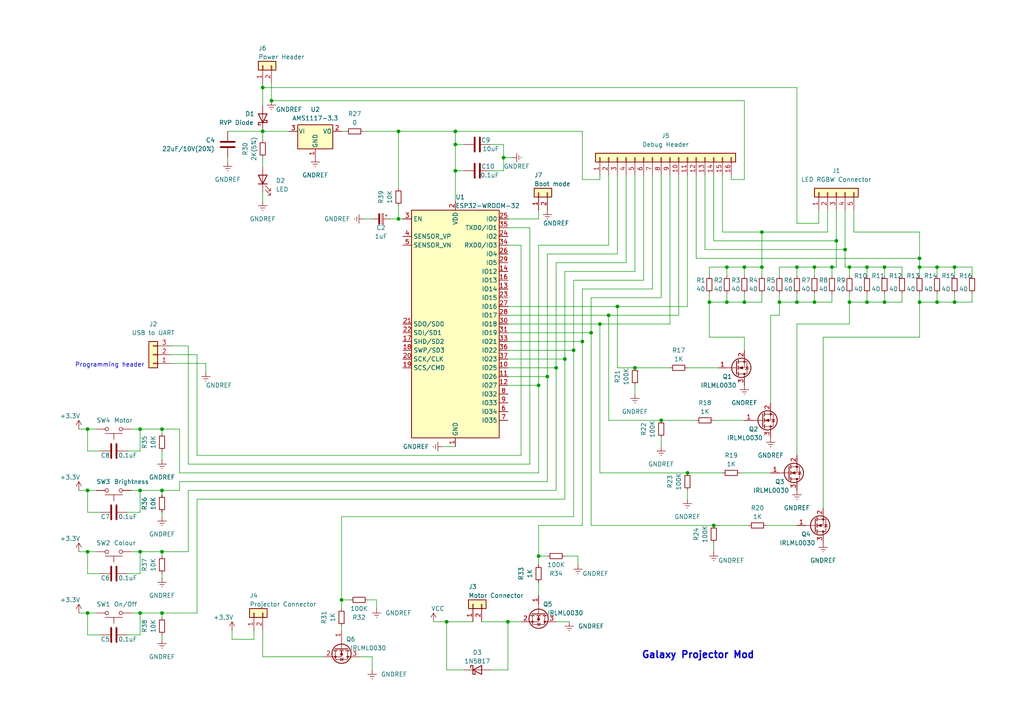
<source format=kicad_sch>
(kicad_sch (version 20211123) (generator eeschema)
  (paper "A4")
  (lib_symbols
    (symbol "Connector_Generic:Conn_01x02" (pin_names (offset 1.016) hide)
      (property "Reference" "J" (at 0 2.54 0))
      (property "Value" "Conn_01x02" (at 0 -5.08 0))
      (symbol "Conn_01x02_1_1"
        (pin passive line (at -5.08 0 0) (length 3.81) (name "Pin_1") (number "1"))
        (pin passive line (at -5.08 -2.54 0) (length 3.81) (name "Pin_2") (number "2"))
      )
    )
    (symbol "Connector_Generic:Conn_01x03" (pin_names (offset 1.016) hide)
      (property "Reference" "J" (at 0 5.08 0))
      (property "Value" "Conn_01x03" (at 0 -5.08 0))
      (symbol "Conn_01x03_1_1"
        (pin passive line (at -5.08 2.54 0) (length 3.81) (name "Pin_1") (number "1"))
        (pin passive line (at -5.08 0 0) (length 3.81) (name "Pin_2") (number "2"))
        (pin passive line (at -5.08 -2.54 0) (length 3.81) (name "Pin_3") (number "3"))
      )
    )
    (symbol "Connector_Generic:Conn_01x05" (pin_names (offset 1.016) hide)
      (property "Reference" "J" (at 0 7.62 0))
      (property "Value" "Conn_01x05" (at 0 -7.62 0))
      (symbol "Conn_01x05_1_1"
        (pin passive line (at -5.08 5.08 0) (length 3.81) (name "Pin_1") (number "1"))
        (pin passive line (at -5.08 2.54 0) (length 3.81) (name "Pin_2") (number "2"))
        (pin passive line (at -5.08 0 0) (length 3.81) (name "Pin_3") (number "3"))
        (pin passive line (at -5.08 -2.54 0) (length 3.81) (name "Pin_4") (number "4"))
        (pin passive line (at -5.08 -5.08 0) (length 3.81) (name "Pin_5") (number "5"))
      )
    )
    (symbol "Connector_Generic:Conn_01x16" (pin_names (offset 1.016) hide)
      (property "Reference" "J" (at 0 20.32 0))
      (property "Value" "Conn_01x16" (at 0 -22.86 0))
      (symbol "Conn_01x16_1_1"
        (pin passive line (at -5.08 17.78 0) (length 3.81) (name "Pin_1") (number "1"))
        (pin passive line (at -5.08 -5.08 0) (length 3.81) (name "Pin_10") (number "10"))
        (pin passive line (at -5.08 -7.62 0) (length 3.81) (name "Pin_11") (number "11"))
        (pin passive line (at -5.08 -10.16 0) (length 3.81) (name "Pin_12") (number "12"))
        (pin passive line (at -5.08 -12.7 0) (length 3.81) (name "Pin_13") (number "13"))
        (pin passive line (at -5.08 -15.24 0) (length 3.81) (name "Pin_14") (number "14"))
        (pin passive line (at -5.08 -17.78 0) (length 3.81) (name "Pin_15") (number "15"))
        (pin passive line (at -5.08 -20.32 0) (length 3.81) (name "Pin_16") (number "16"))
        (pin passive line (at -5.08 15.24 0) (length 3.81) (name "Pin_2") (number "2"))
        (pin passive line (at -5.08 12.7 0) (length 3.81) (name "Pin_3") (number "3"))
        (pin passive line (at -5.08 10.16 0) (length 3.81) (name "Pin_4") (number "4"))
        (pin passive line (at -5.08 7.62 0) (length 3.81) (name "Pin_5") (number "5"))
        (pin passive line (at -5.08 5.08 0) (length 3.81) (name "Pin_6") (number "6"))
        (pin passive line (at -5.08 2.54 0) (length 3.81) (name "Pin_7") (number "7"))
        (pin passive line (at -5.08 0 0) (length 3.81) (name "Pin_8") (number "8"))
        (pin passive line (at -5.08 -2.54 0) (length 3.81) (name "Pin_9") (number "9"))
      )
    )
    (symbol "Device:C" (pin_numbers hide) (pin_names (offset 0.254))
      (property "Reference" "C" (at 0.635 2.54 0))
      (property "Value" "C" (at 0.635 -2.54 0))
      (symbol "C_1_1"
        (pin passive line (at 0 3.81 270) (length 2.794) (name "~") (number "1"))
        (pin passive line (at 0 -3.81 90) (length 2.794) (name "~") (number "2"))
      )
    )
    (symbol "Device:C_Polarized_Small" (pin_numbers hide) (pin_names (offset 0.254) hide)
      (property "Reference" "C" (at 0.254 1.778 0))
      (property "Value" "C_Polarized_Small" (at 0.254 -2.032 0))
      (symbol "C_Polarized_Small_1_1"
        (pin passive line (at 0 2.54 270) (length 1.8542) (name "~") (number "1"))
        (pin passive line (at 0 -2.54 90) (length 1.8542) (name "~") (number "2"))
      )
    )
    (symbol "Device:D_Schottky" (pin_numbers hide) (pin_names (offset 1.016) hide)
      (property "Reference" "D" (at 0 2.54 0))
      (property "Value" "D_Schottky" (at 0 -2.54 0))
      (symbol "D_Schottky_1_1"
        (pin passive line (at -3.81 0 0) (length 2.54) (name "K") (number "1"))
        (pin passive line (at 3.81 0 180) (length 2.54) (name "A") (number "2"))
      )
    )
    (symbol "Device:LED" (pin_numbers hide) (pin_names (offset 1.016) hide)
      (property "Reference" "D" (at 0 2.54 0))
      (property "Value" "LED" (at 0 -2.54 0))
      (symbol "LED_1_1"
        (pin passive line (at -3.81 0 0) (length 2.54) (name "K") (number "1"))
        (pin passive line (at 3.81 0 180) (length 2.54) (name "A") (number "2"))
      )
    )
    (symbol "Device:R_Small" (pin_numbers hide) (pin_names (offset 0.254) hide)
      (property "Reference" "R" (at 0.762 0.508 0))
      (property "Value" "R_Small" (at 0.762 -1.016 0))
      (symbol "R_Small_1_1"
        (pin passive line (at 0 2.54 270) (length 0.762) (name "~") (number "1"))
        (pin passive line (at 0 -2.54 90) (length 0.762) (name "~") (number "2"))
      )
    )
    (symbol "Diode:1N5817" (pin_numbers hide) (pin_names (offset 1.016) hide)
      (property "Reference" "D" (at 0 2.54 0))
      (property "Value" "1N5817" (at 0 -2.54 0))
      (symbol "1N5817_1_1"
        (pin passive line (at -3.81 0 0) (length 2.54) (name "K") (number "1"))
        (pin passive line (at 3.81 0 180) (length 2.54) (name "A") (number "2"))
      )
    )
    (symbol "RF_Module:ESP32-WROOM-32"
      (property "Reference" "U" (at -12.7 34.29 0))
      (property "Value" "ESP32-WROOM-32" (at 1.27 34.29 0))
      (symbol "ESP32-WROOM-32_1_1"
        (pin power_in line (at 0 -35.56 90) (length 2.54) (name "GND") (number "1"))
        (pin bidirectional line (at 15.24 -12.7 180) (length 2.54) (name "IO25") (number "10"))
        (pin bidirectional line (at 15.24 -15.24 180) (length 2.54) (name "IO26") (number "11"))
        (pin bidirectional line (at 15.24 -17.78 180) (length 2.54) (name "IO27") (number "12"))
        (pin bidirectional line (at 15.24 10.16 180) (length 2.54) (name "IO14") (number "13"))
        (pin bidirectional line (at 15.24 15.24 180) (length 2.54) (name "IO12") (number "14"))
        (pin passive line (at 0 -35.56 90) (length 2.54) hide (name "GND") (number "15"))
        (pin bidirectional line (at 15.24 12.7 180) (length 2.54) (name "IO13") (number "16"))
        (pin bidirectional line (at -15.24 -5.08 0) (length 2.54) (name "SHD/SD2") (number "17"))
        (pin bidirectional line (at -15.24 -7.62 0) (length 2.54) (name "SWP/SD3") (number "18"))
        (pin bidirectional line (at -15.24 -12.7 0) (length 2.54) (name "SCS/CMD") (number "19"))
        (pin power_in line (at 0 35.56 270) (length 2.54) (name "VDD") (number "2"))
        (pin bidirectional line (at -15.24 -10.16 0) (length 2.54) (name "SCK/CLK") (number "20"))
        (pin bidirectional line (at -15.24 0 0) (length 2.54) (name "SDO/SD0") (number "21"))
        (pin bidirectional line (at -15.24 -2.54 0) (length 2.54) (name "SDI/SD1") (number "22"))
        (pin bidirectional line (at 15.24 7.62 180) (length 2.54) (name "IO15") (number "23"))
        (pin bidirectional line (at 15.24 25.4 180) (length 2.54) (name "IO2") (number "24"))
        (pin bidirectional line (at 15.24 30.48 180) (length 2.54) (name "IO0") (number "25"))
        (pin bidirectional line (at 15.24 20.32 180) (length 2.54) (name "IO4") (number "26"))
        (pin bidirectional line (at 15.24 5.08 180) (length 2.54) (name "IO16") (number "27"))
        (pin bidirectional line (at 15.24 2.54 180) (length 2.54) (name "IO17") (number "28"))
        (pin bidirectional line (at 15.24 17.78 180) (length 2.54) (name "IO5") (number "29"))
        (pin input line (at -15.24 30.48 0) (length 2.54) (name "EN") (number "3"))
        (pin bidirectional line (at 15.24 0 180) (length 2.54) (name "IO18") (number "30"))
        (pin bidirectional line (at 15.24 -2.54 180) (length 2.54) (name "IO19") (number "31"))
        (pin no_connect line (at -12.7 -27.94 0) (length 2.54) hide (name "NC") (number "32"))
        (pin bidirectional line (at 15.24 -5.08 180) (length 2.54) (name "IO21") (number "33"))
        (pin bidirectional line (at 15.24 22.86 180) (length 2.54) (name "RXD0/IO3") (number "34"))
        (pin bidirectional line (at 15.24 27.94 180) (length 2.54) (name "TXD0/IO1") (number "35"))
        (pin bidirectional line (at 15.24 -7.62 180) (length 2.54) (name "IO22") (number "36"))
        (pin bidirectional line (at 15.24 -10.16 180) (length 2.54) (name "IO23") (number "37"))
        (pin passive line (at 0 -35.56 90) (length 2.54) hide (name "GND") (number "38"))
        (pin passive line (at 0 -35.56 90) (length 2.54) hide (name "GND") (number "39"))
        (pin input line (at -15.24 25.4 0) (length 2.54) (name "SENSOR_VP") (number "4"))
        (pin input line (at -15.24 22.86 0) (length 2.54) (name "SENSOR_VN") (number "5"))
        (pin input line (at 15.24 -25.4 180) (length 2.54) (name "IO34") (number "6"))
        (pin input line (at 15.24 -27.94 180) (length 2.54) (name "IO35") (number "7"))
        (pin bidirectional line (at 15.24 -20.32 180) (length 2.54) (name "IO32") (number "8"))
        (pin bidirectional line (at 15.24 -22.86 180) (length 2.54) (name "IO33") (number "9"))
      )
    )
    (symbol "Regulator_Linear:AMS1117-3.3" (pin_names (offset 0.254))
      (property "Reference" "U" (at -3.81 3.175 0))
      (property "Value" "AMS1117-3.3" (at 0 3.175 0))
      (symbol "AMS1117-3.3_1_1"
        (pin power_in line (at 0 -7.62 90) (length 2.54) (name "GND") (number "1"))
        (pin power_out line (at 7.62 0 180) (length 2.54) (name "VO") (number "2"))
        (pin power_in line (at -7.62 0 0) (length 2.54) (name "VI") (number "3"))
      )
    )
    (symbol "Switch:SW_Push" (pin_numbers hide) (pin_names (offset 1.016) hide)
      (property "Reference" "SW" (at 1.27 2.54 0))
      (property "Value" "SW_Push" (at 0 -1.524 0))
      (symbol "SW_Push_0_1"
        (pin passive line (at -5.08 0 0) (length 2.54) (name "1") (number "1"))
        (pin passive line (at 5.08 0 180) (length 2.54) (name "2") (number "2"))
      )
    )
    (symbol "Transistor_FET:IRLML0030" (pin_names hide)
      (property "Reference" "Q" (at 5.08 1.905 0))
      (property "Value" "IRLML0030" (at 5.08 0 0))
      (symbol "IRLML0030_1_1"
        (pin input line (at -5.08 0 0) (length 2.54) (name "G") (number "1"))
        (pin passive line (at 2.54 -5.08 90) (length 2.54) (name "S") (number "2"))
        (pin passive line (at 2.54 5.08 270) (length 2.54) (name "D") (number "3"))
      )
    )
    (symbol "power:+3.3V" (power) (pin_names (offset 0))
      (property "Value" "+3.3V" (at 0 3.556 0))
      (symbol "+3.3V_1_1"
        (pin power_in line (at 0 0 90) (length 0) hide (name "+3.3V") (number "1"))
      )
    )
    (symbol "power:GNDREF" (power) (pin_names (offset 0))
      (property "Value" "GNDREF" (at 0 -3.81 0))
      (symbol "GNDREF_1_1"
        (pin power_in line (at 0 0 270) (length 0) hide (name "GNDREF") (number "1"))
      )
    )
    (symbol "power:VCC" (power) (pin_names (offset 0))
      (property "Value" "VCC" (at 0 3.81 0))
      (symbol "VCC_1_1"
        (pin power_in line (at 0 0 90) (length 0) hide (name "VCC") (number "1"))
      )
    )
  )
  (junction (at 171.45 96.52))
  (junction (at 156.21 161.29))
  (junction (at 132.08 41.91))
  (junction (at 205.74 87.63))
  (junction (at 166.37 101.6))
  (junction (at 210.82 77.47))
  (junction (at 245.11 72.39))
  (junction (at 168.91 99.06))
  (junction (at 78.74 29.21))
  (junction (at 246.38 77.47))
  (junction (at 158.75 109.22))
  (junction (at 173.99 93.98))
  (junction (at 161.29 106.68))
  (junction (at 210.82 87.63))
  (junction (at 25.4 124.46))
  (junction (at 25.4 160.02))
  (junction (at 129.54 180.34))
  (junction (at 220.98 77.47))
  (junction (at 246.38 87.63))
  (junction (at 147.32 180.34))
  (junction (at 146.05 45.72))
  (junction (at 256.54 87.63))
  (junction (at 46.99 160.02))
  (junction (at 115.57 38.1))
  (junction (at 40.64 160.02))
  (junction (at 276.86 87.63))
  (junction (at 215.9 87.63))
  (junction (at 266.7 77.47))
  (junction (at 266.7 87.63))
  (junction (at 231.14 77.47))
  (junction (at 207.01 152.4))
  (junction (at 46.99 124.46))
  (junction (at 271.78 87.63))
  (junction (at 241.3 77.47))
  (junction (at 99.06 173.99))
  (junction (at 76.2 38.1))
  (junction (at 199.39 137.16))
  (junction (at 226.06 87.63))
  (junction (at 76.2 25.4))
  (junction (at 25.4 142.24))
  (junction (at 191.77 121.92))
  (junction (at 40.64 142.24))
  (junction (at 40.64 124.46))
  (junction (at 251.46 87.63))
  (junction (at 184.15 106.68))
  (junction (at 231.14 87.63))
  (junction (at 132.08 38.1))
  (junction (at 40.64 177.8))
  (junction (at 46.99 142.24))
  (junction (at 242.57 69.85))
  (junction (at 266.7 74.93))
  (junction (at 115.57 63.5))
  (junction (at 176.53 91.44))
  (junction (at 276.86 77.47))
  (junction (at 25.4 177.8))
  (junction (at 236.22 87.63))
  (junction (at 132.08 49.53))
  (junction (at 46.99 177.8))
  (junction (at 179.07 88.9))
  (junction (at 163.83 104.14))
  (junction (at 215.9 77.47))
  (junction (at 271.78 77.47))
  (junction (at 251.46 77.47))
  (junction (at 156.21 111.76))
  (junction (at 256.54 77.47))
  (junction (at 236.22 77.47))
  (junction (at 220.98 67.31))
  (wire (pts (xy 38.1 177.8) (xy 40.64 177.8)))
  (wire (pts (xy 205.74 85.09) (xy 205.74 87.63)))
  (wire (pts (xy 184.15 78.74) (xy 184.15 50.8)))
  (wire (pts (xy 246.38 77.47) (xy 246.38 80.01)))
  (wire (pts (xy 271.78 77.47) (xy 276.86 77.47)))
  (wire (pts (xy 147.32 109.22) (xy 158.75 109.22)))
  (wire (pts (xy 76.2 24.13) (xy 76.2 25.4)))
  (wire (pts (xy 205.74 87.63) (xy 205.74 97.79)))
  (wire (pts (xy 189.23 83.82) (xy 189.23 50.8)))
  (wire (pts (xy 199.39 137.16) (xy 209.55 137.16)))
  (wire (pts (xy 242.57 60.96) (xy 242.57 69.85)))
  (wire (pts (xy 176.53 121.92) (xy 191.77 121.92)))
  (wire (pts (xy 147.32 93.98) (xy 173.99 93.98)))
  (wire (pts (xy 46.99 142.24) (xy 46.99 143.51)))
  (wire (pts (xy 142.24 41.91) (xy 146.05 41.91)))
  (wire (pts (xy 76.2 38.1) (xy 76.2 40.64)))
  (wire (pts (xy 38.1 124.46) (xy 40.64 124.46)))
  (wire (pts (xy 266.7 80.01) (xy 266.7 77.47)))
  (wire (pts (xy 207.01 69.85) (xy 242.57 69.85)))
  (wire (pts (xy 207.01 121.92) (xy 215.9 121.92)))
  (wire (pts (xy 156.21 161.29) (xy 158.75 161.29)))
  (wire (pts (xy 173.99 52.07) (xy 173.99 50.8)))
  (wire (pts (xy 76.2 38.1) (xy 83.82 38.1)))
  (wire (pts (xy 46.99 130.81) (xy 46.99 133.35)))
  (wire (pts (xy 46.99 124.46) (xy 46.99 125.73)))
  (wire (pts (xy 231.14 93.98) (xy 246.38 93.98)))
  (wire (pts (xy 46.99 160.02) (xy 54.61 160.02)))
  (wire (pts (xy 66.04 38.1) (xy 76.2 38.1)))
  (wire (pts (xy 199.39 142.24) (xy 199.39 144.78)))
  (wire (pts (xy 236.22 85.09) (xy 236.22 87.63)))
  (wire (pts (xy 199.39 106.68) (xy 208.28 106.68)))
  (wire (pts (xy 168.91 83.82) (xy 189.23 83.82)))
  (wire (pts (xy 25.4 184.15) (xy 25.4 177.8)))
  (wire (pts (xy 115.57 38.1) (xy 115.57 54.61)))
  (wire (pts (xy 25.4 124.46) (xy 27.94 124.46)))
  (wire (pts (xy 191.77 86.36) (xy 191.77 50.8)))
  (wire (pts (xy 54.61 142.24) (xy 54.61 160.02)))
  (wire (pts (xy 147.32 101.6) (xy 166.37 101.6)))
  (wire (pts (xy 271.78 85.09) (xy 271.78 87.63)))
  (wire (pts (xy 266.7 77.47) (xy 271.78 77.47)))
  (wire (pts (xy 153.67 66.04) (xy 153.67 134.62)))
  (wire (pts (xy 226.06 91.44) (xy 226.06 87.63)))
  (wire (pts (xy 147.32 99.06) (xy 168.91 99.06)))
  (wire (pts (xy 173.99 93.98) (xy 173.99 137.16)))
  (wire (pts (xy 161.29 106.68) (xy 161.29 142.24)))
  (wire (pts (xy 22.86 124.46) (xy 25.4 124.46)))
  (wire (pts (xy 38.1 160.02) (xy 40.64 160.02)))
  (wire (pts (xy 220.98 85.09) (xy 220.98 87.63)))
  (wire (pts (xy 66.04 45.72) (xy 66.04 46.99)))
  (wire (pts (xy 147.32 106.68) (xy 161.29 106.68)))
  (wire (pts (xy 231.14 77.47) (xy 231.14 80.01)))
  (wire (pts (xy 168.91 152.4) (xy 156.21 152.4)))
  (wire (pts (xy 156.21 152.4) (xy 156.21 161.29)))
  (wire (pts (xy 209.55 67.31) (xy 220.98 67.31)))
  (wire (pts (xy 132.08 38.1) (xy 132.08 41.91)))
  (wire (pts (xy 40.64 142.24) (xy 46.99 142.24)))
  (wire (pts (xy 76.2 25.4) (xy 231.14 25.4)))
  (wire (pts (xy 125.73 180.34) (xy 129.54 180.34)))
  (wire (pts (xy 237.49 60.96) (xy 237.49 64.77)))
  (wire (pts (xy 132.08 49.53) (xy 134.62 49.53)))
  (wire (pts (xy 67.31 185.42) (xy 73.66 185.42)))
  (wire (pts (xy 261.62 87.63) (xy 261.62 85.09)))
  (wire (pts (xy 147.32 111.76) (xy 156.21 111.76)))
  (wire (pts (xy 276.86 77.47) (xy 281.94 77.47)))
  (wire (pts (xy 207.01 152.4) (xy 217.17 152.4)))
  (wire (pts (xy 201.93 74.93) (xy 266.7 74.93)))
  (wire (pts (xy 251.46 85.09) (xy 251.46 87.63)))
  (wire (pts (xy 271.78 77.47) (xy 271.78 80.01)))
  (wire (pts (xy 176.53 91.44) (xy 176.53 121.92)))
  (wire (pts (xy 40.64 142.24) (xy 40.64 148.59)))
  (wire (pts (xy 46.99 160.02) (xy 46.99 161.29)))
  (wire (pts (xy 246.38 87.63) (xy 251.46 87.63)))
  (wire (pts (xy 231.14 93.98) (xy 231.14 132.08)))
  (wire (pts (xy 226.06 85.09) (xy 226.06 87.63)))
  (wire (pts (xy 40.64 124.46) (xy 46.99 124.46)))
  (wire (pts (xy 147.32 63.5) (xy 156.21 63.5)))
  (wire (pts (xy 168.91 99.06) (xy 168.91 152.4)))
  (wire (pts (xy 40.64 166.37) (xy 36.83 166.37)))
  (wire (pts (xy 59.69 107.95) (xy 59.69 105.41)))
  (wire (pts (xy 261.62 80.01) (xy 261.62 77.47)))
  (wire (pts (xy 99.06 173.99) (xy 101.6 173.99)))
  (wire (pts (xy 204.47 50.8) (xy 204.47 72.39)))
  (wire (pts (xy 25.4 142.24) (xy 27.94 142.24)))
  (wire (pts (xy 271.78 87.63) (xy 266.7 87.63)))
  (wire (pts (xy 146.05 49.53) (xy 142.24 49.53)))
  (wire (pts (xy 22.86 142.24) (xy 25.4 142.24)))
  (wire (pts (xy 171.45 96.52) (xy 171.45 86.36)))
  (wire (pts (xy 153.67 134.62) (xy 54.61 134.62)))
  (wire (pts (xy 223.52 91.44) (xy 226.06 91.44)))
  (wire (pts (xy 147.32 194.31) (xy 142.24 194.31)))
  (wire (pts (xy 247.65 67.31) (xy 247.65 60.96)))
  (wire (pts (xy 173.99 93.98) (xy 194.31 93.98)))
  (wire (pts (xy 115.57 59.69) (xy 115.57 63.5)))
  (wire (pts (xy 238.76 97.79) (xy 238.76 147.32)))
  (wire (pts (xy 266.7 97.79) (xy 266.7 87.63)))
  (wire (pts (xy 76.2 45.72) (xy 76.2 48.26)))
  (wire (pts (xy 78.74 29.21) (xy 215.9 29.21)))
  (wire (pts (xy 179.07 88.9) (xy 179.07 106.68)))
  (wire (pts (xy 49.53 100.33) (xy 54.61 100.33)))
  (wire (pts (xy 186.69 81.28) (xy 186.69 50.8)))
  (wire (pts (xy 128.27 129.54) (xy 132.08 129.54)))
  (wire (pts (xy 76.2 55.88) (xy 76.2 58.42)))
  (wire (pts (xy 256.54 87.63) (xy 261.62 87.63)))
  (wire (pts (xy 204.47 72.39) (xy 245.11 72.39)))
  (wire (pts (xy 146.05 45.72) (xy 146.05 49.53)))
  (wire (pts (xy 281.94 77.47) (xy 281.94 80.01)))
  (wire (pts (xy 109.22 173.99) (xy 106.68 173.99)))
  (wire (pts (xy 52.07 137.16) (xy 156.21 137.16)))
  (wire (pts (xy 281.94 85.09) (xy 281.94 87.63)))
  (wire (pts (xy 107.95 190.5) (xy 107.95 194.31)))
  (wire (pts (xy 76.2 25.4) (xy 76.2 30.48)))
  (wire (pts (xy 207.01 50.8) (xy 207.01 69.85)))
  (wire (pts (xy 266.7 67.31) (xy 266.7 74.93)))
  (wire (pts (xy 46.99 148.59) (xy 46.99 149.86)))
  (wire (pts (xy 207.01 157.48) (xy 207.01 160.02)))
  (wire (pts (xy 210.82 77.47) (xy 210.82 80.01)))
  (wire (pts (xy 163.83 161.29) (xy 167.64 161.29)))
  (wire (pts (xy 46.99 184.15) (xy 46.99 185.42)))
  (wire (pts (xy 256.54 85.09) (xy 256.54 87.63)))
  (wire (pts (xy 99.06 149.86) (xy 166.37 149.86)))
  (wire (pts (xy 176.53 91.44) (xy 196.85 91.44)))
  (wire (pts (xy 201.93 50.8) (xy 201.93 74.93)))
  (wire (pts (xy 163.83 144.78) (xy 57.15 144.78)))
  (wire (pts (xy 40.64 184.15) (xy 36.83 184.15)))
  (wire (pts (xy 179.07 106.68) (xy 184.15 106.68)))
  (wire (pts (xy 158.75 73.66) (xy 158.75 109.22)))
  (wire (pts (xy 73.66 185.42) (xy 73.66 182.88)))
  (wire (pts (xy 261.62 77.47) (xy 256.54 77.47)))
  (wire (pts (xy 29.21 130.81) (xy 25.4 130.81)))
  (wire (pts (xy 184.15 111.76) (xy 184.15 114.3)))
  (wire (pts (xy 236.22 77.47) (xy 241.3 77.47)))
  (wire (pts (xy 29.21 184.15) (xy 25.4 184.15)))
  (wire (pts (xy 147.32 66.04) (xy 153.67 66.04)))
  (wire (pts (xy 40.64 160.02) (xy 46.99 160.02)))
  (wire (pts (xy 231.14 85.09) (xy 231.14 87.63)))
  (wire (pts (xy 146.05 41.91) (xy 146.05 45.72)))
  (wire (pts (xy 158.75 139.7) (xy 52.07 139.7)))
  (wire (pts (xy 251.46 77.47) (xy 251.46 80.01)))
  (wire (pts (xy 176.53 71.12) (xy 176.53 50.8)))
  (wire (pts (xy 163.83 78.74) (xy 163.83 104.14)))
  (wire (pts (xy 132.08 38.1) (xy 168.91 38.1)))
  (wire (pts (xy 40.64 148.59) (xy 36.83 148.59)))
  (wire (pts (xy 226.06 87.63) (xy 231.14 87.63)))
  (wire (pts (xy 168.91 99.06) (xy 168.91 83.82)))
  (wire (pts (xy 161.29 76.2) (xy 181.61 76.2)))
  (wire (pts (xy 57.15 132.08) (xy 151.13 132.08)))
  (wire (pts (xy 99.06 181.61) (xy 99.06 182.88)))
  (wire (pts (xy 196.85 50.8) (xy 196.85 91.44)))
  (wire (pts (xy 40.64 160.02) (xy 40.64 166.37)))
  (wire (pts (xy 22.86 160.02) (xy 25.4 160.02)))
  (wire (pts (xy 181.61 50.8) (xy 181.61 76.2)))
  (wire (pts (xy 156.21 161.29) (xy 156.21 163.83)))
  (wire (pts (xy 161.29 142.24) (xy 54.61 142.24)))
  (wire (pts (xy 256.54 77.47) (xy 256.54 80.01)))
  (wire (pts (xy 22.86 177.8) (xy 25.4 177.8)))
  (wire (pts (xy 46.99 177.8) (xy 46.99 179.07)))
  (wire (pts (xy 238.76 97.79) (xy 266.7 97.79)))
  (wire (pts (xy 146.05 45.72) (xy 148.59 45.72)))
  (wire (pts (xy 132.08 49.53) (xy 132.08 58.42)))
  (wire (pts (xy 139.7 180.34) (xy 147.32 180.34)))
  (wire (pts (xy 271.78 87.63) (xy 276.86 87.63)))
  (wire (pts (xy 194.31 93.98) (xy 194.31 50.8)))
  (wire (pts (xy 281.94 87.63) (xy 276.86 87.63)))
  (wire (pts (xy 40.64 177.8) (xy 40.64 184.15)))
  (wire (pts (xy 251.46 77.47) (xy 246.38 77.47)))
  (wire (pts (xy 25.4 148.59) (xy 25.4 142.24)))
  (wire (pts (xy 46.99 177.8) (xy 57.15 177.8)))
  (wire (pts (xy 129.54 180.34) (xy 137.16 180.34)))
  (wire (pts (xy 158.75 109.22) (xy 158.75 139.7)))
  (wire (pts (xy 276.86 85.09) (xy 276.86 87.63)))
  (wire (pts (xy 99.06 149.86) (xy 99.06 173.99)))
  (wire (pts (xy 241.3 77.47) (xy 241.3 80.01)))
  (wire (pts (xy 29.21 166.37) (xy 25.4 166.37)))
  (wire (pts (xy 46.99 124.46) (xy 52.07 124.46)))
  (wire (pts (xy 266.7 74.93) (xy 266.7 77.47)))
  (wire (pts (xy 132.08 41.91) (xy 134.62 41.91)))
  (wire (pts (xy 25.4 160.02) (xy 27.94 160.02)))
  (wire (pts (xy 76.2 190.5) (xy 76.2 182.88)))
  (wire (pts (xy 105.41 63.5) (xy 107.95 63.5)))
  (wire (pts (xy 78.74 24.13) (xy 78.74 29.21)))
  (wire (pts (xy 52.07 139.7) (xy 52.07 142.24)))
  (wire (pts (xy 171.45 96.52) (xy 171.45 152.4)))
  (wire (pts (xy 210.82 85.09) (xy 210.82 87.63)))
  (wire (pts (xy 199.39 88.9) (xy 199.39 50.8)))
  (wire (pts (xy 147.32 180.34) (xy 147.32 194.31)))
  (wire (pts (xy 54.61 100.33) (xy 54.61 134.62)))
  (wire (pts (xy 222.25 152.4) (xy 231.14 152.4)))
  (wire (pts (xy 215.9 97.79) (xy 215.9 101.6)))
  (wire (pts (xy 205.74 77.47) (xy 210.82 77.47)))
  (wire (pts (xy 179.07 50.8) (xy 179.07 73.66)))
  (wire (pts (xy 220.98 77.47) (xy 220.98 80.01)))
  (wire (pts (xy 99.06 176.53) (xy 99.06 173.99)))
  (wire (pts (xy 276.86 77.47) (xy 276.86 80.01)))
  (wire (pts (xy 215.9 29.21) (xy 215.9 52.07)))
  (wire (pts (xy 212.09 52.07) (xy 215.9 52.07)))
  (wire (pts (xy 246.38 93.98) (xy 246.38 87.63)))
  (wire (pts (xy 246.38 85.09) (xy 246.38 87.63)))
  (wire (pts (xy 104.14 190.5) (xy 107.95 190.5)))
  (wire (pts (xy 93.98 190.5) (xy 76.2 190.5)))
  (wire (pts (xy 166.37 81.28) (xy 186.69 81.28)))
  (wire (pts (xy 237.49 64.77) (xy 231.14 64.77)))
  (wire (pts (xy 113.03 63.5) (xy 115.57 63.5)))
  (wire (pts (xy 231.14 87.63) (xy 236.22 87.63)))
  (wire (pts (xy 115.57 38.1) (xy 132.08 38.1)))
  (wire (pts (xy 184.15 106.68) (xy 194.31 106.68)))
  (wire (pts (xy 215.9 77.47) (xy 215.9 80.01)))
  (wire (pts (xy 171.45 86.36) (xy 191.77 86.36)))
  (wire (pts (xy 241.3 85.09) (xy 241.3 87.63)))
  (wire (pts (xy 179.07 88.9) (xy 199.39 88.9)))
  (wire (pts (xy 236.22 77.47) (xy 236.22 80.01)))
  (wire (pts (xy 173.99 137.16) (xy 199.39 137.16)))
  (wire (pts (xy 147.32 71.12) (xy 151.13 71.12)))
  (wire (pts (xy 226.06 80.01) (xy 226.06 77.47)))
  (wire (pts (xy 215.9 85.09) (xy 215.9 87.63)))
  (wire (pts (xy 210.82 87.63) (xy 215.9 87.63)))
  (wire (pts (xy 156.21 71.12) (xy 156.21 111.76)))
  (wire (pts (xy 46.99 166.37) (xy 46.99 167.64)))
  (wire (pts (xy 25.4 166.37) (xy 25.4 160.02)))
  (wire (pts (xy 210.82 87.63) (xy 205.74 87.63)))
  (wire (pts (xy 256.54 77.47) (xy 251.46 77.47)))
  (wire (pts (xy 205.74 77.47) (xy 205.74 80.01)))
  (wire (pts (xy 171.45 152.4) (xy 207.01 152.4)))
  (wire (pts (xy 132.08 41.91) (xy 132.08 49.53)))
  (wire (pts (xy 242.57 77.47) (xy 241.3 77.47)))
  (wire (pts (xy 29.21 148.59) (xy 25.4 148.59)))
  (wire (pts (xy 191.77 121.92) (xy 201.93 121.92)))
  (wire (pts (xy 129.54 194.31) (xy 134.62 194.31)))
  (wire (pts (xy 240.03 67.31) (xy 220.98 67.31)))
  (wire (pts (xy 99.06 38.1) (xy 100.33 38.1)))
  (wire (pts (xy 245.11 60.96) (xy 245.11 72.39)))
  (wire (pts (xy 49.53 105.41) (xy 59.69 105.41)))
  (wire (pts (xy 240.03 60.96) (xy 240.03 67.31)))
  (wire (pts (xy 40.64 130.81) (xy 36.83 130.81)))
  (wire (pts (xy 168.91 52.07) (xy 173.99 52.07)))
  (wire (pts (xy 163.83 104.14) (xy 163.83 144.78)))
  (wire (pts (xy 151.13 71.12) (xy 151.13 132.08)))
  (wire (pts (xy 215.9 97.79) (xy 205.74 97.79)))
  (wire (pts (xy 49.53 102.87) (xy 57.15 102.87)))
  (wire (pts (xy 231.14 25.4) (xy 231.14 64.77)))
  (wire (pts (xy 161.29 180.34) (xy 165.1 180.34)))
  (wire (pts (xy 25.4 177.8) (xy 27.94 177.8)))
  (wire (pts (xy 52.07 124.46) (xy 52.07 137.16)))
  (wire (pts (xy 40.64 124.46) (xy 40.64 130.81)))
  (wire (pts (xy 161.29 76.2) (xy 161.29 106.68)))
  (wire (pts (xy 156.21 71.12) (xy 176.53 71.12)))
  (wire (pts (xy 236.22 87.63) (xy 241.3 87.63)))
  (wire (pts (xy 25.4 130.81) (xy 25.4 124.46)))
  (wire (pts (xy 209.55 50.8) (xy 209.55 67.31)))
  (wire (pts (xy 57.15 144.78) (xy 57.15 177.8)))
  (wire (pts (xy 266.7 85.09) (xy 266.7 87.63)))
  (wire (pts (xy 247.65 67.31) (xy 266.7 67.31)))
  (wire (pts (xy 40.64 177.8) (xy 46.99 177.8)))
  (wire (pts (xy 191.77 127) (xy 191.77 129.54)))
  (wire (pts (xy 147.32 88.9) (xy 179.07 88.9)))
  (wire (pts (xy 38.1 142.24) (xy 40.64 142.24)))
  (wire (pts (xy 67.31 182.88) (xy 67.31 185.42)))
  (wire (pts (xy 168.91 38.1) (xy 168.91 52.07)))
  (wire (pts (xy 231.14 77.47) (xy 236.22 77.47)))
  (wire (pts (xy 115.57 63.5) (xy 116.84 63.5)))
  (wire (pts (xy 220.98 67.31) (xy 220.98 77.47)))
  (wire (pts (xy 115.57 38.1) (xy 105.41 38.1)))
  (wire (pts (xy 223.52 91.44) (xy 223.52 116.84)))
  (wire (pts (xy 212.09 50.8) (xy 212.09 52.07)))
  (wire (pts (xy 57.15 102.87) (xy 57.15 132.08)))
  (wire (pts (xy 147.32 91.44) (xy 176.53 91.44)))
  (wire (pts (xy 129.54 180.34) (xy 129.54 194.31)))
  (wire (pts (xy 214.63 137.16) (xy 223.52 137.16)))
  (wire (pts (xy 151.13 180.34) (xy 147.32 180.34)))
  (wire (pts (xy 226.06 77.47) (xy 231.14 77.47)))
  (wire (pts (xy 158.75 73.66) (xy 179.07 73.66)))
  (wire (pts (xy 147.32 96.52) (xy 171.45 96.52)))
  (wire (pts (xy 245.11 72.39) (xy 245.11 77.47)))
  (wire (pts (xy 156.21 111.76) (xy 156.21 137.16)))
  (wire (pts (xy 220.98 87.63) (xy 215.9 87.63)))
  (wire (pts (xy 109.22 176.53) (xy 109.22 173.99)))
  (wire (pts (xy 147.32 104.14) (xy 163.83 104.14)))
  (wire (pts (xy 242.57 69.85) (xy 242.57 77.47)))
  (wire (pts (xy 215.9 77.47) (xy 220.98 77.47)))
  (wire (pts (xy 166.37 101.6) (xy 166.37 149.86)))
  (wire (pts (xy 166.37 81.28) (xy 166.37 101.6)))
  (wire (pts (xy 156.21 172.72) (xy 156.21 168.91)))
  (wire (pts (xy 251.46 87.63) (xy 256.54 87.63)))
  (wire (pts (xy 245.11 77.47) (xy 246.38 77.47)))
  (wire (pts (xy 156.21 63.5) (xy 156.21 60.96)))
  (wire (pts (xy 163.83 78.74) (xy 184.15 78.74)))
  (wire (pts (xy 210.82 77.47) (xy 215.9 77.47)))
  (wire (pts (xy 167.64 161.29) (xy 167.64 163.83)))
  (wire (pts (xy 46.99 142.24) (xy 52.07 142.24)))
  (text "Galaxy Projector Mod" (at 186.0228 191.2366 0) (effects (font (size 2 2) (thickness 0.4) bold) (justify left bottom)))
  (text "Programming header" (at 41.91 106.68 180) (effects (font (size 1.27 1.27)) (justify right bottom)))
  (symbol (lib_id "Device:R_Small") (at 212.09 137.16 90) (unit 1)
    (property "Reference" "R19" (at 212.09 132.08 90))
    (property "Value" "1K" (at 212.09 134.62 90))
    (property "Footprint" "Resistor_SMD:R_0805_2012Metric_Pad1.20x1.40mm_HandSolder" (effects hide))
  )
  (symbol (lib_id "RF_Module:ESP32-WROOM-32") (at 132.08 93.98 0) (unit 1)
    (property "Reference" "U1" (at 132.08 57.15 0) (effects (justify left)))
    (property "Value" "ESP32-WROOM-32" (at 132.08 59.69 0) (effects (justify left)))
    (property "Footprint" "RF_Module:ESP32-WROOM-32" (effects hide))
    (property "Datasheet" "https://www.espressif.com/sites/default/files/documentation/esp32-wroom-32_datasheet_en.pdf" (effects hide))
  )
  (symbol (lib_id "power:GNDREF") (at 165.1 180.34 0) (unit 1)
    (property "Reference" "#PWR0111" (effects hide))
    (property "Value" "GNDREF" (at 167.64 181.6099 0) (effects (justify left)))
  )
  (symbol (lib_id "Device:R_Small") (at 246.38 82.55 0) (unit 1)
    (property "Reference" "R9" (at 242.57 81.28 0) (effects (justify left)))
    (property "Value" "40" (at 242.57 83.82 0) (effects (justify left)))
    (property "Footprint" "Resistor_SMD:R_1206_3216Metric_Pad1.30x1.75mm_HandSolder" (effects hide))
  )
  (symbol (lib_id "Connector_Generic:Conn_01x05") (at 242.57 55.88 90) (unit 1)
    (property "Reference" "J1" (at 242.57 49.53 90))
    (property "Value" "LED RGBW Connector" (at 242.57 52.07 90))
    (property "Footprint" "Connector_JST:JST_PH_B5B-PH-K_1x05_P2.00mm_Vertical" (effects hide))
  )
  (symbol (lib_id "Device:C") (at 33.02 184.15 270) (unit 1)
    (property "Reference" "C5" (at 29.21 185.42 90) (effects (justify left)))
    (property "Value" "0.1uF" (at 34.29 185.42 90) (effects (justify left)))
    (property "Footprint" "Capacitor_SMD:C_0805_2012Metric" (effects hide))
  )
  (symbol (lib_id "Device:R_Small") (at 215.9 82.55 0) (unit 1)
    (property "Reference" "R3" (at 212.09 81.28 0) (effects (justify left)))
    (property "Value" "40" (at 212.09 83.82 0) (effects (justify left)))
    (property "Footprint" "Resistor_SMD:R_1206_3216Metric_Pad1.30x1.75mm_HandSolder" (effects hide))
  )
  (symbol (lib_id "power:+3.3V") (at 22.86 142.24 0) (unit 1)
    (property "Reference" "#PWR0132" (effects hide))
    (property "Value" "+3.3V" (at 20.32 138.43 0))
  )
  (symbol (lib_id "Device:R_Small") (at 46.99 146.05 180) (unit 1)
    (property "Reference" "R36" (at 41.91 146.05 90))
    (property "Value" "10K" (at 44.45 146.05 90))
    (property "Footprint" "Resistor_SMD:R_0805_2012Metric_Pad1.20x1.40mm_HandSolder" (effects hide))
  )
  (symbol (lib_id "power:GNDREF") (at 78.74 29.21 0) (unit 1)
    (property "Reference" "#PWR0107" (effects hide))
    (property "Value" "GNDREF" (at 83.82 31.75 0))
  )
  (symbol (lib_id "Regulator_Linear:AMS1117-3.3") (at 91.44 38.1 0) (unit 1)
    (property "Reference" "U2" (at 91.44 31.75 0))
    (property "Value" "AMS1117-3.3" (at 91.44 34.29 0))
    (property "Footprint" "Package_TO_SOT_SMD:SOT-223-3_TabPin2" (effects hide))
    (property "Datasheet" "http://www.advanced-monolithic.com/pdf/ds1117.pdf" (effects hide))
  )
  (symbol (lib_id "Connector_Generic:Conn_01x02") (at 76.2 19.05 90) (unit 1)
    (property "Reference" "J6" (at 74.93 13.97 90) (effects (justify right)))
    (property "Value" "Power Header" (at 74.93 16.51 90) (effects (justify right)))
    (property "Footprint" "Connector_JST:JST_PH_B2B-PH-K_1x02_P2.00mm_Vertical" (effects hide))
  )
  (symbol (lib_id "power:GNDREF") (at 46.99 133.35 0) (unit 1)
    (property "Reference" "#PWR0134" (effects hide))
    (property "Value" "GNDREF" (at 46.99 138.43 0))
  )
  (symbol (lib_id "Transistor_FET:IRLML0030") (at 220.98 121.92 0) (mirror x) (unit 1)
    (property "Reference" "Q2" (at 217.17 124.46 0) (effects (justify left)))
    (property "Value" "IRLML0030" (at 210.82 127 0) (effects (justify left)))
    (property "Footprint" "Package_TO_SOT_SMD:SOT-23" (effects hide))
    (property "Datasheet" "https://www.infineon.com/dgdl/irlml0030pbf.pdf?fileId=5546d462533600a401535664773825df" (effects hide))
  )
  (symbol (lib_id "Connector_Generic:Conn_01x16") (at 191.77 45.72 90) (unit 1)
    (property "Reference" "J5" (at 193.04 39.37 90))
    (property "Value" "Debug Header" (at 193.04 41.91 90))
    (property "Footprint" "Connector_JST:JST_PH_B16B-PH-K_1x16_P2.00mm_Vertical" (effects hide))
  )
  (symbol (lib_id "power:+3.3V") (at 22.86 124.46 0) (unit 1)
    (property "Reference" "#PWR0133" (effects hide))
    (property "Value" "+3.3V" (at 20.32 120.65 0))
  )
  (symbol (lib_id "Device:R_Small") (at 226.06 82.55 0) (unit 1)
    (property "Reference" "R5" (at 222.25 81.28 0) (effects (justify left)))
    (property "Value" "40" (at 222.25 83.82 0) (effects (justify left)))
    (property "Footprint" "Resistor_SMD:R_1206_3216Metric_Pad1.30x1.75mm_HandSolder" (effects hide))
  )
  (symbol (lib_id "Device:R_Small") (at 191.77 124.46 180) (unit 1)
    (property "Reference" "R22" (at 186.69 124.46 90))
    (property "Value" "100K" (at 189.23 124.46 90))
    (property "Footprint" "Resistor_SMD:R_0805_2012Metric_Pad1.20x1.40mm_HandSolder" (effects hide))
  )
  (symbol (lib_id "Device:R_Small") (at 46.99 163.83 180) (unit 1)
    (property "Reference" "R37" (at 41.91 163.83 90))
    (property "Value" "10K" (at 44.45 163.83 90))
    (property "Footprint" "Resistor_SMD:R_0805_2012Metric_Pad1.20x1.40mm_HandSolder" (effects hide))
  )
  (symbol (lib_id "Device:C") (at 33.02 130.81 270) (unit 1)
    (property "Reference" "C8" (at 29.21 132.08 90) (effects (justify left)))
    (property "Value" "0.1uF" (at 34.29 132.08 90) (effects (justify left)))
    (property "Footprint" "Capacitor_SMD:C_0805_2012Metric" (effects hide))
  )
  (symbol (lib_id "Device:R_Small") (at 104.14 173.99 270) (unit 1)
    (property "Reference" "R32" (at 104.14 179.07 90))
    (property "Value" "100K" (at 104.14 176.53 90))
    (property "Footprint" "Resistor_SMD:R_0805_2012Metric_Pad1.20x1.40mm_HandSolder" (effects hide))
  )
  (symbol (lib_id "power:GNDREF") (at 238.76 157.48 0) (unit 1)
    (property "Reference" "#PWR0103" (effects hide))
    (property "Value" "GNDREF" (at 238.76 162.56 0))
  )
  (symbol (lib_id "power:+3.3V") (at 67.31 182.88 0) (unit 1)
    (property "Reference" "#PWR0131" (effects hide))
    (property "Value" "+3.3V" (at 64.77 179.07 0))
  )
  (symbol (lib_id "Device:R_Small") (at 46.99 181.61 180) (unit 1)
    (property "Reference" "R38" (at 41.91 181.61 90))
    (property "Value" "10K" (at 44.45 181.61 90))
    (property "Footprint" "Resistor_SMD:R_0805_2012Metric_Pad1.20x1.40mm_HandSolder" (effects hide))
  )
  (symbol (lib_id "Device:R_Small") (at 236.22 82.55 0) (unit 1)
    (property "Reference" "R7" (at 232.41 81.28 0) (effects (justify left)))
    (property "Value" "40" (at 232.41 83.82 0) (effects (justify left)))
    (property "Footprint" "Resistor_SMD:R_1206_3216Metric_Pad1.30x1.75mm_HandSolder" (effects hide))
  )
  (symbol (lib_id "Device:R_Small") (at 199.39 139.7 180) (unit 1)
    (property "Reference" "R23" (at 194.31 139.7 90))
    (property "Value" "100K" (at 196.85 139.7 90))
    (property "Footprint" "Resistor_SMD:R_0805_2012Metric_Pad1.20x1.40mm_HandSolder" (effects hide))
  )
  (symbol (lib_id "Switch:SW_Push") (at 33.02 177.8 180) (unit 1)
    (property "Reference" "SW1" (at 27.94 175.26 0) (effects (justify right)))
    (property "Value" "On/Off" (at 33.02 175.26 0) (effects (justify right)))
    (property "Footprint" "Button_Switch_SMD:SW_Push_1P1T_NO_6x6mm_H9.5mm" (effects hide))
  )
  (symbol (lib_id "Connector_Generic:Conn_01x02") (at 156.21 55.88 90) (unit 1)
    (property "Reference" "J7" (at 154.94 50.8 90) (effects (justify right)))
    (property "Value" "Boot mode" (at 154.94 53.34 90) (effects (justify right)))
    (property "Footprint" "Connector_JST:JST_PH_B2B-PH-K_1x02_P2.00mm_Vertical" (effects hide))
  )
  (symbol (lib_id "power:GNDREF") (at 128.27 129.54 270) (unit 1)
    (property "Reference" "#PWR0109" (effects hide))
    (property "Value" "GNDREF" (at 120.65 129.54 90))
  )
  (symbol (lib_id "power:GNDREF") (at 107.95 194.31 0) (unit 1)
    (property "Reference" "#PWR0130" (effects hide))
    (property "Value" "GNDREF" (at 110.49 195.5799 0) (effects (justify left)))
  )
  (symbol (lib_id "Transistor_FET:IRLML0030") (at 156.21 177.8 270) (unit 1)
    (property "Reference" "Q5" (at 157.48 175.26 90) (effects (justify left)))
    (property "Value" "IRLML0030" (at 158.75 177.8 90) (effects (justify left)))
    (property "Footprint" "Package_TO_SOT_SMD:SOT-23" (effects hide))
    (property "Datasheet" "https://www.infineon.com/dgdl/irlml0030pbf.pdf?fileId=5546d462533600a401535664773825df" (effects hide))
  )
  (symbol (lib_id "Device:R_Small") (at 205.74 82.55 0) (unit 1)
    (property "Reference" "R1" (at 201.93 81.28 0) (effects (justify left)))
    (property "Value" "40" (at 201.93 83.82 0) (effects (justify left)))
    (property "Footprint" "Resistor_SMD:R_1206_3216Metric_Pad1.30x1.75mm_HandSolder" (effects hide))
  )
  (symbol (lib_id "Device:R_Small") (at 161.29 161.29 270) (unit 1)
    (property "Reference" "R34" (at 161.29 166.37 90))
    (property "Value" "100K" (at 161.29 163.83 90))
    (property "Footprint" "Resistor_SMD:R_0805_2012Metric_Pad1.20x1.40mm_HandSolder" (effects hide))
  )
  (symbol (lib_id "power:GNDREF") (at 199.39 144.78 0) (unit 1)
    (property "Reference" "#PWR0106" (effects hide))
    (property "Value" "GNDREF" (at 199.39 149.86 0))
  )
  (symbol (lib_id "power:GNDREF") (at 66.04 46.99 0) (unit 1)
    (property "Reference" "#PWR0122" (effects hide))
    (property "Value" "GNDREF" (at 66.04 52.07 0))
  )
  (symbol (lib_id "Device:R_Small") (at 276.86 82.55 0) (unit 1)
    (property "Reference" "R15" (at 273.05 80.01 0) (effects (justify left)))
    (property "Value" "40" (at 273.05 83.82 0) (effects (justify left)))
    (property "Footprint" "Resistor_SMD:R_1206_3216Metric_Pad1.30x1.75mm_HandSolder" (effects hide))
  )
  (symbol (lib_id "power:GNDREF") (at 46.99 185.42 0) (unit 1)
    (property "Reference" "#PWR0126" (effects hide))
    (property "Value" "GNDREF" (at 46.99 190.5 0))
  )
  (symbol (lib_id "power:GNDREF") (at 148.59 45.72 90) (unit 1)
    (property "Reference" "#PWR0115" (effects hide))
    (property "Value" "GNDREF" (at 153.67 48.26 90) (effects (justify left)))
  )
  (symbol (lib_id "power:GNDREF") (at 59.69 107.95 0) (unit 1)
    (property "Reference" "#PWR0135" (effects hide))
    (property "Value" "GNDREF" (at 63.5 111.76 0))
  )
  (symbol (lib_id "power:GNDREF") (at 167.64 163.83 0) (unit 1)
    (property "Reference" "#PWR0110" (effects hide))
    (property "Value" "GNDREF" (at 172.72 166.37 0))
  )
  (symbol (lib_id "Device:R_Small") (at 266.7 82.55 0) (unit 1)
    (property "Reference" "R13" (at 262.89 80.01 0) (effects (justify left)))
    (property "Value" "40" (at 262.89 83.82 0) (effects (justify left)))
    (property "Footprint" "Resistor_SMD:R_1206_3216Metric_Pad1.30x1.75mm_HandSolder" (effects hide))
  )
  (symbol (lib_id "Device:R_Small") (at 196.85 106.68 90) (unit 1)
    (property "Reference" "R17" (at 196.85 101.6 90))
    (property "Value" "1K" (at 196.85 104.14 90))
    (property "Footprint" "Resistor_SMD:R_0805_2012Metric_Pad1.20x1.40mm_HandSolder" (effects hide))
  )
  (symbol (lib_id "power:GNDREF") (at 158.75 60.96 0) (unit 1)
    (property "Reference" "#PWR0108" (effects hide))
    (property "Value" "GNDREF" (at 161.29 64.77 0))
  )
  (symbol (lib_id "Device:C") (at 33.02 148.59 270) (unit 1)
    (property "Reference" "C7" (at 29.21 149.86 90) (effects (justify left)))
    (property "Value" "0.1uF" (at 34.29 149.86 90) (effects (justify left)))
    (property "Footprint" "Capacitor_SMD:C_0805_2012Metric" (effects hide))
  )
  (symbol (lib_id "power:GNDREF") (at 91.44 45.72 0) (unit 1)
    (property "Reference" "#PWR0118" (effects hide))
    (property "Value" "GNDREF" (at 91.44 50.8 0))
  )
  (symbol (lib_id "Connector_Generic:Conn_01x03") (at 44.45 102.87 180) (unit 1)
    (property "Reference" "J2" (at 44.45 93.98 0))
    (property "Value" "USB to UART" (at 44.45 96.52 0))
    (property "Footprint" "Connector_JST:JST_PH_B3B-PH-K_1x03_P2.00mm_Vertical" (effects hide))
  )
  (symbol (lib_id "Device:R_Small") (at 46.99 128.27 180) (unit 1)
    (property "Reference" "R35" (at 41.91 128.27 90))
    (property "Value" "10K" (at 44.45 128.27 90))
    (property "Footprint" "Resistor_SMD:R_0805_2012Metric_Pad1.20x1.40mm_HandSolder" (effects hide))
  )
  (symbol (lib_id "power:GNDREF") (at 231.14 142.24 0) (unit 1)
    (property "Reference" "#PWR0105" (effects hide))
    (property "Value" "GNDREF" (at 231.14 147.32 0))
  )
  (symbol (lib_id "Device:R_Small") (at 281.94 82.55 0) (unit 1)
    (property "Reference" "R16" (at 278.13 80.01 0) (effects (justify left)))
    (property "Value" "40" (at 278.13 83.82 0) (effects (justify left)))
    (property "Footprint" "Resistor_SMD:R_1206_3216Metric_Pad1.30x1.75mm_HandSolder" (effects hide))
  )
  (symbol (lib_id "Device:C") (at 66.04 41.91 0) (unit 1)
    (property "Reference" "C4" (at 59.69 40.64 0) (effects (justify left)))
    (property "Value" "22uF/10V(20%)" (at 46.99 43.18 0) (effects (justify left)))
    (property "Footprint" "Capacitor_SMD:C_0805_2012Metric" (effects hide))
    (property "Datasheet" "CL21A226MAYNNNE" (effects hide))
  )
  (symbol (lib_id "power:GNDREF") (at 76.2 58.42 0) (unit 1)
    (property "Reference" "#PWR0116" (effects hide))
    (property "Value" "GNDREF" (at 76.2 63.5 0))
  )
  (symbol (lib_id "Device:R_Small") (at 256.54 82.55 0) (unit 1)
    (property "Reference" "R11" (at 252.73 80.01 0) (effects (justify left)))
    (property "Value" "40" (at 252.73 83.82 0) (effects (justify left)))
    (property "Footprint" "Resistor_SMD:R_1206_3216Metric_Pad1.30x1.75mm_HandSolder" (effects hide))
  )
  (symbol (lib_id "power:GNDREF") (at 109.22 176.53 0) (unit 1)
    (property "Reference" "#PWR0128" (effects hide))
    (property "Value" "GNDREF" (at 111.76 177.7999 0) (effects (justify left)))
  )
  (symbol (lib_id "power:GNDREF") (at 223.52 127 0) (unit 1)
    (property "Reference" "#PWR0101" (effects hide))
    (property "Value" "GNDREF" (at 223.52 132.08 0))
  )
  (symbol (lib_id "Device:C") (at 33.02 166.37 270) (unit 1)
    (property "Reference" "C6" (at 29.21 167.64 90) (effects (justify left)))
    (property "Value" "0.1uF" (at 34.29 167.64 90) (effects (justify left)))
    (property "Footprint" "Capacitor_SMD:C_0805_2012Metric" (effects hide))
  )
  (symbol (lib_id "Device:R_Small") (at 231.14 82.55 0) (unit 1)
    (property "Reference" "R6" (at 227.33 81.28 0) (effects (justify left)))
    (property "Value" "40" (at 227.33 83.82 0) (effects (justify left)))
    (property "Footprint" "Resistor_SMD:R_1206_3216Metric_Pad1.30x1.75mm_HandSolder" (effects hide))
  )
  (symbol (lib_id "Device:R_Small") (at 76.2 43.18 180) (unit 1)
    (property "Reference" "R30" (at 71.12 43.18 90))
    (property "Value" "2K(5%)" (at 73.66 43.18 90))
    (property "Footprint" "Resistor_SMD:R_0805_2012Metric_Pad1.20x1.40mm_HandSolder" (effects hide))
  )
  (symbol (lib_id "Device:R_Small") (at 115.57 57.15 180) (unit 1)
    (property "Reference" "R39" (at 110.49 57.15 90))
    (property "Value" "10K" (at 113.03 57.15 90))
    (property "Footprint" "Resistor_SMD:R_0805_2012Metric_Pad1.20x1.40mm_HandSolder" (effects hide))
  )
  (symbol (lib_id "Device:R_Small") (at 251.46 82.55 0) (unit 1)
    (property "Reference" "R10" (at 247.65 80.01 0) (effects (justify left)))
    (property "Value" "40" (at 247.65 83.82 0) (effects (justify left)))
    (property "Footprint" "Resistor_SMD:R_1206_3216Metric_Pad1.30x1.75mm_HandSolder" (effects hide))
  )
  (symbol (lib_id "Switch:SW_Push") (at 33.02 142.24 180) (unit 1)
    (property "Reference" "SW3" (at 27.94 139.7 0) (effects (justify right)))
    (property "Value" "Brightness" (at 33.02 139.7 0) (effects (justify right)))
    (property "Footprint" "Button_Switch_SMD:SW_Push_1P1T_NO_6x6mm_H9.5mm" (effects hide))
  )
  (symbol (lib_id "power:GNDREF") (at 207.01 160.02 0) (unit 1)
    (property "Reference" "#PWR0104" (effects hide))
    (property "Value" "GNDREF" (at 212.09 162.56 0))
  )
  (symbol (lib_id "Device:R_Small") (at 102.87 38.1 90) (unit 1)
    (property "Reference" "R27" (at 102.87 33.02 90))
    (property "Value" "0" (at 102.87 35.56 90))
    (property "Footprint" "Resistor_SMD:R_0805_2012Metric_Pad1.20x1.40mm_HandSolder" (effects hide))
  )
  (symbol (lib_id "power:GNDREF") (at 105.41 63.5 270) (unit 1)
    (property "Reference" "#PWR0114" (effects hide))
    (property "Value" "GNDREF" (at 93.98 63.5 90) (effects (justify left)))
  )
  (symbol (lib_id "Transistor_FET:IRLML0030") (at 213.36 106.68 0) (mirror x) (unit 1)
    (property "Reference" "Q1" (at 209.55 109.22 0) (effects (justify left)))
    (property "Value" "IRLML0030" (at 203.2 111.76 0) (effects (justify left)))
    (property "Footprint" "Package_TO_SOT_SMD:SOT-23" (effects hide))
    (property "Datasheet" "https://www.infineon.com/dgdl/irlml0030pbf.pdf?fileId=5546d462533600a401535664773825df" (effects hide))
  )
  (symbol (lib_id "Device:R_Small") (at 220.98 82.55 0) (unit 1)
    (property "Reference" "R4" (at 217.17 81.28 0) (effects (justify left)))
    (property "Value" "40" (at 217.17 83.82 0) (effects (justify left)))
    (property "Footprint" "Resistor_SMD:R_1206_3216Metric_Pad1.30x1.75mm_HandSolder" (effects hide))
  )
  (symbol (lib_id "Device:R_Small") (at 241.3 82.55 0) (unit 1)
    (property "Reference" "R8" (at 237.49 81.28 0) (effects (justify left)))
    (property "Value" "40" (at 237.49 83.82 0) (effects (justify left)))
    (property "Footprint" "Resistor_SMD:R_1206_3216Metric_Pad1.30x1.75mm_HandSolder" (effects hide))
  )
  (symbol (lib_id "Device:R_Small") (at 156.21 166.37 180) (unit 1)
    (property "Reference" "R33" (at 151.13 166.37 90))
    (property "Value" "1K" (at 153.67 166.37 90))
    (property "Footprint" "Resistor_SMD:R_0805_2012Metric_Pad1.20x1.40mm_HandSolder" (effects hide))
  )
  (symbol (lib_id "Switch:SW_Push") (at 33.02 160.02 180) (unit 1)
    (property "Reference" "SW2" (at 27.94 157.48 0) (effects (justify right)))
    (property "Value" "Colour" (at 33.02 157.48 0) (effects (justify right)))
    (property "Footprint" "Button_Switch_SMD:SW_Push_1P1T_NO_6x6mm_H9.5mm" (effects hide))
  )
  (symbol (lib_id "power:+3.3V") (at 22.86 177.8 0) (unit 1)
    (property "Reference" "#PWR0123" (effects hide))
    (property "Value" "+3.3V" (at 20.32 173.99 0))
  )
  (symbol (lib_id "Connector_Generic:Conn_01x02") (at 137.16 175.26 90) (unit 1)
    (property "Reference" "J3" (at 135.89 170.18 90) (effects (justify right)))
    (property "Value" "Motor Connector" (at 135.89 172.72 90) (effects (justify right)))
    (property "Footprint" "Connector_JST:JST_PH_B2B-PH-K_1x02_P2.00mm_Vertical" (effects hide))
  )
  (symbol (lib_id "Device:R_Small") (at 204.47 121.92 90) (unit 1)
    (property "Reference" "R18" (at 204.47 116.84 90))
    (property "Value" "1K" (at 204.47 119.38 90))
    (property "Footprint" "Resistor_SMD:R_0805_2012Metric_Pad1.20x1.40mm_HandSolder" (effects hide))
  )
  (symbol (lib_id "Switch:SW_Push") (at 33.02 124.46 180) (unit 1)
    (property "Reference" "SW4" (at 27.94 121.92 0) (effects (justify right)))
    (property "Value" "Motor" (at 33.02 121.92 0) (effects (justify right)))
    (property "Footprint" "Button_Switch_SMD:SW_Push_1P1T_NO_6x6mm_H9.5mm" (effects hide))
  )
  (symbol (lib_id "power:GNDREF") (at 191.77 129.54 0) (unit 1)
    (property "Reference" "#PWR0112" (effects hide))
    (property "Value" "GNDREF" (at 191.77 134.62 0))
  )
  (symbol (lib_id "Diode:1N5817") (at 138.43 194.31 0) (unit 1)
    (property "Reference" "D3" (at 138.43 189.23 0))
    (property "Value" "1N5817" (at 138.43 191.77 0))
    (property "Footprint" "Diode_THT:D_DO-41_SOD81_P10.16mm_Horizontal" (effects hide))
    (property "Datasheet" "http://www.vishay.com/docs/88525/1n5817.pdf" (effects hide))
  )
  (symbol (lib_id "Device:C") (at 138.43 49.53 90) (unit 1)
    (property "Reference" "C10" (at 143.51 48.26 90) (effects (justify left)))
    (property "Value" "0.1uF" (at 144.78 50.8 90) (effects (justify left)))
    (property "Footprint" "Capacitor_SMD:C_0805_2012Metric" (effects hide))
    (property "Datasheet" "CT41G-0805-2X1-50V-0.1μF-K(N)" (effects hide))
  )
  (symbol (lib_id "Transistor_FET:IRLML0030") (at 228.6 137.16 0) (mirror x) (unit 1)
    (property "Reference" "Q3" (at 224.79 139.7 0) (effects (justify left)))
    (property "Value" "IRLML0030" (at 218.44 142.24 0) (effects (justify left)))
    (property "Footprint" "Package_TO_SOT_SMD:SOT-23" (effects hide))
    (property "Datasheet" "https://www.infineon.com/dgdl/irlml0030pbf.pdf?fileId=5546d462533600a401535664773825df" (effects hide))
  )
  (symbol (lib_id "power:VCC") (at 125.73 180.34 0) (unit 1)
    (property "Reference" "#PWR0129" (effects hide))
    (property "Value" "VCC" (at 127 176.53 0))
  )
  (symbol (lib_id "Transistor_FET:IRLML0030") (at 236.22 152.4 0) (mirror x) (unit 1)
    (property "Reference" "Q4" (at 232.41 154.94 0) (effects (justify left)))
    (property "Value" "IRLML0030" (at 226.06 157.48 0) (effects (justify left)))
    (property "Footprint" "Package_TO_SOT_SMD:SOT-23" (effects hide))
    (property "Datasheet" "https://www.infineon.com/dgdl/irlml0030pbf.pdf?fileId=5546d462533600a401535664773825df" (effects hide))
  )
  (symbol (lib_id "Device:R_Small") (at 184.15 109.22 180) (unit 1)
    (property "Reference" "R21" (at 179.07 109.22 90))
    (property "Value" "100K" (at 181.61 109.22 90))
    (property "Footprint" "Resistor_SMD:R_0805_2012Metric_Pad1.20x1.40mm_HandSolder" (effects hide))
  )
  (symbol (lib_id "power:GNDREF") (at 215.9 111.76 0) (unit 1)
    (property "Reference" "#PWR0102" (effects hide))
    (property "Value" "GNDREF" (at 215.9 116.84 0))
  )
  (symbol (lib_id "Connector_Generic:Conn_01x02") (at 73.66 177.8 90) (unit 1)
    (property "Reference" "J4" (at 72.39 172.72 90) (effects (justify right)))
    (property "Value" "Projector Connector" (at 72.39 175.26 90) (effects (justify right)))
    (property "Footprint" "Connector_JST:JST_PH_B2B-PH-K_1x02_P2.00mm_Vertical" (effects hide))
  )
  (symbol (lib_id "Device:R_Small") (at 207.01 154.94 180) (unit 1)
    (property "Reference" "R24" (at 201.93 154.94 90))
    (property "Value" "100K" (at 204.47 154.94 90))
    (property "Footprint" "Resistor_SMD:R_0805_2012Metric_Pad1.20x1.40mm_HandSolder" (effects hide))
  )
  (symbol (lib_id "Device:LED") (at 76.2 52.07 90) (unit 1)
    (property "Reference" "D2" (at 80.01 52.3874 90) (effects (justify right)))
    (property "Value" "LED" (at 80.01 54.9274 90) (effects (justify right)))
    (property "Footprint" "LED_SMD:LED_0805_2012Metric" (effects hide))
  )
  (symbol (lib_id "power:GNDREF") (at 46.99 167.64 0) (unit 1)
    (property "Reference" "#PWR0127" (effects hide))
    (property "Value" "GNDREF" (at 46.99 172.72 0))
  )
  (symbol (lib_id "power:+3.3V") (at 22.86 160.02 0) (unit 1)
    (property "Reference" "#PWR0124" (effects hide))
    (property "Value" "+3.3V" (at 20.32 156.21 0))
  )
  (symbol (lib_id "Device:R_Small") (at 271.78 82.55 0) (unit 1)
    (property "Reference" "R14" (at 267.97 80.01 0) (effects (justify left)))
    (property "Value" "40" (at 267.97 83.82 0) (effects (justify left)))
    (property "Footprint" "Resistor_SMD:R_1206_3216Metric_Pad1.30x1.75mm_HandSolder" (effects hide))
  )
  (symbol (lib_id "Device:C") (at 138.43 41.91 90) (unit 1)
    (property "Reference" "C9" (at 142.24 40.64 90) (effects (justify left)))
    (property "Value" "10uF" (at 144.78 43.18 90) (effects (justify left)))
    (property "Footprint" "Capacitor_SMD:C_0805_2012Metric" (effects hide))
    (property "Datasheet" "CL21A106KAYNNNE" (effects hide))
  )
  (symbol (lib_id "Device:D_Schottky") (at 76.2 34.29 90) (unit 1)
    (property "Reference" "D1" (at 71.12 33.02 90) (effects (justify right)))
    (property "Value" "RVP Diode" (at 63.5 35.56 90) (effects (justify right)))
    (property "Footprint" "Diode_SMD:D_0805_2012Metric_Pad1.15x1.40mm_HandSolder" (effects hide))
  )
  (symbol (lib_id "Device:R_Small") (at 210.82 82.55 0) (unit 1)
    (property "Reference" "R2" (at 207.01 81.28 0) (effects (justify left)))
    (property "Value" "40" (at 207.01 83.82 0) (effects (justify left)))
    (property "Footprint" "Resistor_SMD:R_1206_3216Metric_Pad1.30x1.75mm_HandSolder" (effects hide))
  )
  (symbol (lib_id "Device:C_Polarized_Small") (at 110.49 63.5 270) (unit 1)
    (property "Reference" "C2" (at 110.49 66.04 90))
    (property "Value" "1uF" (at 110.49 68.58 90))
    (property "Footprint" "Capacitor_THT:CP_Radial_D4.0mm_P1.50mm" (effects hide))
    (property "Datasheet" "KF1H010MB050A00CV0" (effects hide))
  )
  (symbol (lib_id "Transistor_FET:IRLML0030") (at 99.06 187.96 270) (unit 1)
    (property "Reference" "Q6" (at 100.33 185.42 90) (effects (justify left)))
    (property "Value" "IRLML0030" (at 101.6 187.96 90) (effects (justify left)))
    (property "Footprint" "Package_TO_SOT_SMD:SOT-23" (effects hide))
    (property "Datasheet" "https://www.infineon.com/dgdl/irlml0030pbf.pdf?fileId=5546d462533600a401535664773825df" (effects hide))
  )
  (symbol (lib_id "Device:R_Small") (at 99.06 179.07 180) (unit 1)
    (property "Reference" "R31" (at 93.98 179.07 90))
    (property "Value" "1K" (at 96.52 179.07 90))
    (property "Footprint" "Resistor_SMD:R_0805_2012Metric_Pad1.20x1.40mm_HandSolder" (effects hide))
  )
  (symbol (lib_id "power:GNDREF") (at 46.99 149.86 0) (unit 1)
    (property "Reference" "#PWR0125" (effects hide))
    (property "Value" "GNDREF" (at 46.99 154.94 0))
  )
  (symbol (lib_id "Device:R_Small") (at 219.71 152.4 90) (unit 1)
    (property "Reference" "R20" (at 219.71 147.32 90))
    (property "Value" "1K" (at 219.71 149.86 90))
    (property "Footprint" "Resistor_SMD:R_0805_2012Metric_Pad1.20x1.40mm_HandSolder" (effects hide))
  )
  (symbol (lib_id "Device:R_Small") (at 261.62 82.55 0) (unit 1)
    (property "Reference" "R12" (at 257.81 80.01 0) (effects (justify left)))
    (property "Value" "40" (at 257.81 83.82 0) (effects (justify left)))
    (property "Footprint" "Resistor_SMD:R_1206_3216Metric_Pad1.30x1.75mm_HandSolder" (effects hide))
  )
  (symbol (lib_id "power:GNDREF") (at 184.15 114.3 0) (unit 1)
    (property "Reference" "#PWR0113" (effects hide))
    (property "Value" "GNDREF" (at 184.15 119.38 0))
  )
)
</source>
